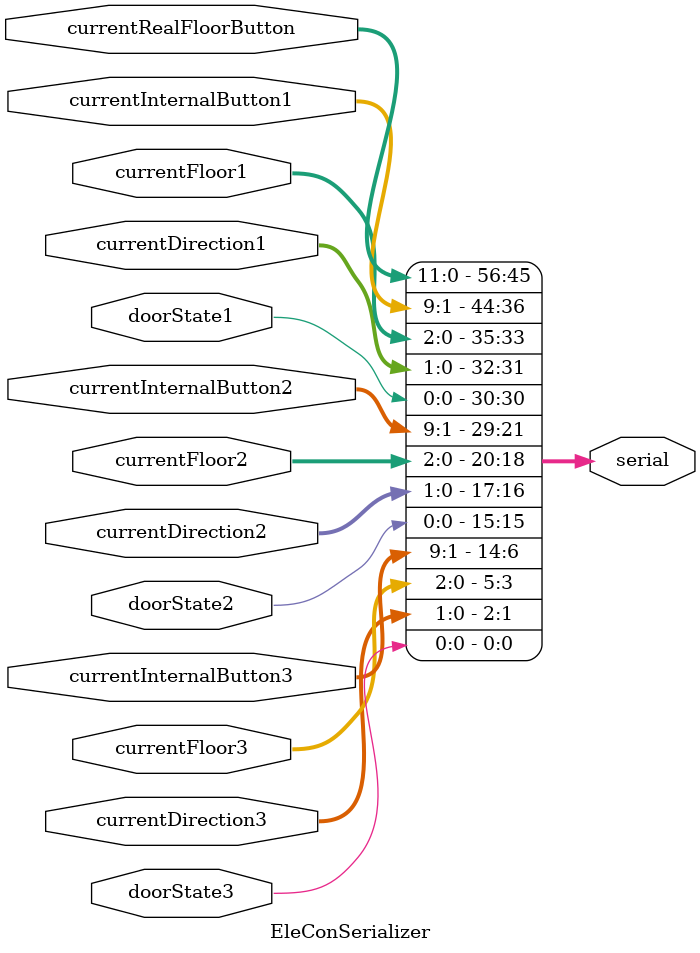
<source format=v>
`timescale 1ns / 1ps

module ArdParallelizer
  (
   input [38:0] serial,
   output [11:0] newRealFloorButton,
   output [9:1] newInternalButton1,
   output [9:1] newInternalButton2,
   output [9:1] newInternalButton3
   );

   assign newRealFloorButton = serial[38:27];
   assign newInternalButton1 = serial[26:18];
   assign newInternalButton2 = serial[17:9];
   assign newInternalButton3 = serial[8:0];

endmodule // ArdParallelizer

module EleConSerializer
  (
   input [11:0]  currentRealFloorButton,
   input [9:1]   currentInternalButton1,
   input [2:0]   currentFloor1,
   input [1:0]   currentDirection1,
   input         doorState1,
   input [9:1]   currentInternalButton2,
   input [2:0]   currentFloor2,
   input [1:0]   currentDirection2,
   input         doorState2,
   input [9:1]   currentInternalButton3,
   input [2:0]   currentFloor3,
   input [1:0]   currentDirection3,
   input         doorState3,
   output [56:0] serial
   );

   assign serial = {currentRealFloorButton,
                    currentInternalButton1,
                    currentFloor1,
                    currentDirection1,
                    doorState1,
                    currentInternalButton2,
                    currentFloor2,
                    currentDirection2,
                    doorState2,
                    currentInternalButton3,
                    currentFloor3,
                    currentDirection3,
                    doorState3};

endmodule // EleConSerializer

</source>
